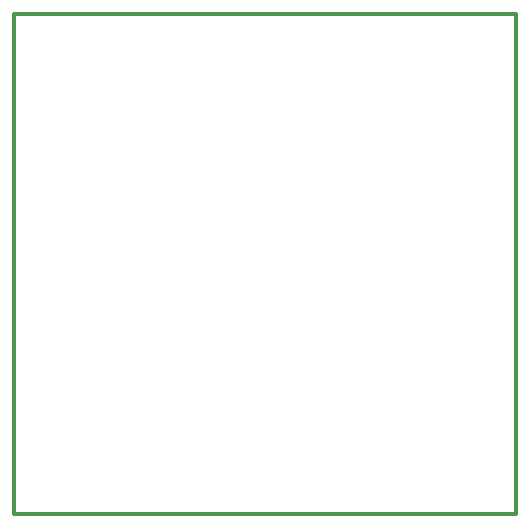
<source format=gko>
G04 ================== begin FILE IDENTIFICATION RECORD ==================*
G04 Layout Name:  C:/temp/allegro/DATAHSS.brd*
G04 Film Name:    OUTLINE*
G04 File Format:  Gerber RS274X*
G04 File Origin:  Cadence Allegro 17.2-P019*
G04 Origin Date:  Sun Jan 07 11:20:55 2018*
G04 *
G04 Layer:  ROUTE KEEPIN/ALL*
G04 Layer:  PACKAGE KEEPIN/ALL*
G04 Layer:  BOARD GEOMETRY/OUTLINE*
G04 Layer:  BOARD GEOMETRY/DESIGN_OUTLINE*
G04 Layer:  BOARD GEOMETRY/CUTOUT*
G04 *
G04 Offset:    (0.0000 0.0000)*
G04 Mirror:    No*
G04 Mode:      Positive*
G04 Rotation:  0*
G04 FullContactRelief:  No*
G04 UndefLineWidth:     0.0000*
G04 ================== end FILE IDENTIFICATION RECORD ====================*
%FSAX55Y55*MOIN*%
%IR0*IPPOS*OFA0.00000B0.00000*MIA0B0*SFA1.00000B1.00000*%
%ADD10C,.011811*%
G75*
%LPD*%
G75*
G54D10*
G01X0Y0000166142D02*
X0000166142D01*
Y-0000000394D01*
X-0000001181D01*
Y0000166142D01*
X0000000394D01*
M02*

</source>
